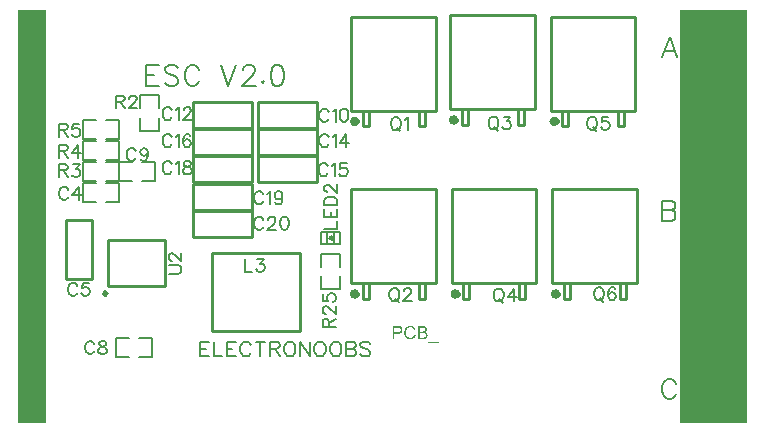
<source format=gto>
G04 Created by GerbView*
%FSLAX26Y26*%
%MOIN*%
G75*
%ADD10C,0.0010*%
%ADD11C,0.0100*%
%ADD12C,0.0078*%
%ADD13C,0.0090*%
%ADD14C,0.0050*%
%ADD15C,0.0060*%
%ADD16C,0.0070*%
%ADD17C,0.0118*%
%ADD18C,0.0157*%
%LNEXPORT*%
D02*
D10*
D11*
X296968Y456968D02*
Y608976D01*
X488976Y455984D02*
Y608976D01*
X296968Y455984D02*
X488976D01*
X296968Y608976D02*
X488976D01*
D12*
X403464Y1048700D02*
Y1092047D01*
X466496D01*
Y1048700D01*
X403464Y1017244D02*
Y973937D01*
X442834D01*
X466496D01*
Y1017244D01*
X290708Y799488D02*
X334015D01*
Y736496D01*
X290708D01*
X259212Y799488D02*
X215905D01*
Y760118D01*
Y736496D01*
X259212D01*
D13*
X243307Y676299D02*
Y479448D01*
X156653D01*
Y676299D01*
X243307D01*
D12*
X369251Y221496D02*
X325944D01*
Y284488D01*
X369251D01*
X400748Y221496D02*
X444055D01*
Y260866D01*
Y284488D01*
X400748D01*
X410944Y869409D02*
X454251D01*
Y806417D01*
X410944D01*
X379448Y869409D02*
X336141D01*
Y830039D01*
Y806417D01*
X379448D01*
X290708Y869488D02*
X334015D01*
Y806496D01*
X290708D01*
X259212Y869488D02*
X215905D01*
Y830118D01*
Y806496D01*
X259212D01*
X290708Y939488D02*
X334015D01*
Y876496D01*
X290708D01*
X259212Y939488D02*
X215905D01*
Y900118D01*
Y876496D01*
X259212D01*
X290708Y1009488D02*
X334015D01*
Y946496D01*
X290708D01*
X259212Y1009488D02*
X215905D01*
Y970118D01*
Y946496D01*
X259212D01*
D11*
X936456Y307283D02*
X645118D01*
Y567125D01*
X936456D02*
Y307283D01*
X645118Y567125D02*
X936456D01*
D13*
X581653Y1071299D02*
X778503D01*
Y984685D01*
X581653D01*
Y1071299D01*
D11*
X1439291Y1358818D02*
Y1045826D01*
X1720668D01*
Y1358818D01*
X1439291D01*
X1477637Y1045826D02*
Y994645D01*
X1497283D01*
Y1045826D01*
X1663543Y1045984D02*
Y994803D01*
X1683228D01*
Y1045984D01*
X1444291Y778818D02*
Y465826D01*
X1725668D01*
Y778818D01*
X1444291D01*
X1482637Y465826D02*
Y414645D01*
X1502283D01*
Y465826D01*
X1668543Y465984D02*
Y414803D01*
X1688228D01*
Y465984D01*
D13*
X796653Y981299D02*
X993503D01*
Y894685D01*
X796653D01*
Y981299D01*
D11*
X1109291Y1353818D02*
Y1040826D01*
X1390669D01*
Y1353818D01*
X1109291D01*
X1147637Y1040826D02*
Y989645D01*
X1167283D01*
Y1040826D01*
X1333543Y1040984D02*
Y989803D01*
X1353228D01*
Y1040984D01*
X1109291Y778818D02*
Y465826D01*
X1390669D01*
Y778818D01*
X1109291D01*
X1147637Y465826D02*
Y414645D01*
X1167283D01*
Y465826D01*
X1333543Y465984D02*
Y414803D01*
X1353228D01*
Y465984D01*
D13*
X796692Y1071062D02*
X993543D01*
Y984448D01*
X796692D01*
Y1071062D01*
D11*
X1774291Y1353818D02*
Y1040826D01*
X2055668D01*
Y1353818D01*
X1774291D01*
X1812637Y1040826D02*
Y989645D01*
X1832283D01*
Y1040826D01*
X1998543Y1040984D02*
Y989803D01*
X2018228D01*
Y1040984D01*
X1779291Y778818D02*
Y465826D01*
X2060668D01*
Y778818D01*
X1779291D01*
X1817637Y465826D02*
Y414645D01*
X1837283D01*
Y465826D01*
X2003543Y465984D02*
Y414803D01*
X2023228D01*
Y465984D01*
D13*
X797086Y889566D02*
X993937D01*
Y802952D01*
X797086D01*
Y889566D01*
X581653Y981299D02*
X778503D01*
Y894685D01*
X581653D01*
Y981299D01*
Y891299D02*
X778503D01*
Y804685D01*
X581653D01*
Y891299D01*
Y796299D02*
X778503D01*
Y709685D01*
X581653D01*
Y796299D01*
Y706299D02*
X778503D01*
Y619685D01*
X581653D01*
Y706299D01*
D12*
X1070748Y489960D02*
Y446653D01*
X1007716D01*
Y489960D01*
X1070748Y521456D02*
Y564763D01*
X1031377D01*
X1007716D01*
Y521456D01*
D14*
X1027637Y637125D02*
Y597125D01*
X1051614D02*
Y637125D01*
X1039606Y621102D02*
Y613110D01*
X1043622Y609133D02*
Y625118D01*
X1035629Y617125D01*
X1043622Y609133D01*
X1071614Y597125D02*
X1007637D01*
Y637125D01*
X1071614D01*
Y597125D01*
D15*
X499842Y497086D02*
X530472D01*
X536653Y499094D01*
X540748Y503188D01*
X542755Y509409D01*
Y513503D01*
X540748Y519606D01*
X536653Y523700D01*
X530472Y525708D01*
X499842D01*
X510078Y541299D02*
X507952D01*
X503858Y543307D01*
X501850Y545393D01*
X499842Y549488D01*
Y557598D01*
X501850Y561692D01*
X503858Y563818D01*
X507952Y565787D01*
X512047D01*
X516141Y563818D01*
X522362Y559685D01*
X542755Y539212D01*
Y567913D01*
X324251Y1091929D02*
Y1049015D01*
Y1091929D02*
X342677D01*
X348779Y1089921D01*
X350866Y1087913D01*
X352874Y1083818D01*
Y1079724D01*
X350866Y1075629D01*
X348779Y1073503D01*
X342677Y1071535D01*
X324251D01*
X338582D02*
X352874Y1049015D01*
X368464Y1081732D02*
Y1083818D01*
X370472Y1087913D01*
X372559Y1089921D01*
X376653Y1091929D01*
X384763D01*
X388858Y1089921D01*
X390984Y1087913D01*
X392952Y1083818D01*
Y1079724D01*
X390984Y1075629D01*
X386889Y1069409D01*
X366377Y1049015D01*
X395078D01*
X165669Y777795D02*
X163582Y781889D01*
X159488Y785984D01*
X155472Y787992D01*
X147283D01*
X143188Y785984D01*
X139094Y781889D01*
X136968Y777795D01*
X134960Y771692D01*
Y761496D01*
X136968Y755275D01*
X139094Y751181D01*
X143188Y747086D01*
X147283Y745078D01*
X155472D01*
X159488Y747086D01*
X163582Y751181D01*
X165669Y755275D01*
X199566Y787992D02*
X179173Y759370D01*
X209881D01*
X199566Y787992D02*
Y745078D01*
X195669Y457677D02*
X193582Y461771D01*
X189488Y465866D01*
X185472Y467992D01*
X177283D01*
X173188Y465866D01*
X169094Y461771D01*
X166968Y457677D01*
X165000Y451574D01*
Y441377D01*
X166968Y435196D01*
X169094Y431062D01*
X173188Y426968D01*
X177283Y425000D01*
X185472D01*
X189488Y426968D01*
X193582Y431062D01*
X195669Y435196D01*
X233700Y467992D02*
X213267D01*
X211181Y449488D01*
X213267Y451574D01*
X219370Y453582D01*
X225472D01*
X231692Y451574D01*
X235787Y447480D01*
X237795Y441377D01*
Y437283D01*
X235787Y431062D01*
X231692Y426968D01*
X225472Y425000D01*
X219370D01*
X213267Y426968D01*
X211181Y429094D01*
X209173Y433188D01*
X252204Y262834D02*
X250118Y266929D01*
X246023Y271023D01*
X242007Y273031D01*
X233818D01*
X229724Y271023D01*
X225629Y266929D01*
X223503Y262834D01*
X221496Y256732D01*
Y246535D01*
X223503Y240314D01*
X225629Y236220D01*
X229724Y232125D01*
X233818Y230118D01*
X242007D01*
X246023Y232125D01*
X250118Y236220D01*
X252204Y240314D01*
X275905Y273031D02*
X269803Y271023D01*
X267716Y266929D01*
Y262834D01*
X269803Y258740D01*
X273897Y256732D01*
X282007Y254606D01*
X288228Y252637D01*
X292322Y248503D01*
X294330Y244409D01*
Y238307D01*
X292322Y234212D01*
X290196Y232125D01*
X284133Y230118D01*
X275905D01*
X269803Y232125D01*
X267716Y234212D01*
X265708Y238307D01*
Y244409D01*
X267716Y248503D01*
X271811Y252637D01*
X278031Y254606D01*
X286102Y256732D01*
X290196Y258740D01*
X292322Y262834D01*
Y266929D01*
X290196Y271023D01*
X284133Y273031D01*
X275905D01*
X391023Y906850D02*
X388937Y910944D01*
X384842Y915078D01*
X380826Y917047D01*
X372637D01*
X368543Y915078D01*
X364448Y910944D01*
X362322Y906850D01*
X360314Y900748D01*
Y890551D01*
X362322Y884370D01*
X364448Y880275D01*
X368543Y876141D01*
X372637Y874173D01*
X380826D01*
X384842Y876141D01*
X388937Y880275D01*
X391023Y884370D01*
X431141Y902755D02*
X429015Y896653D01*
X424921Y892559D01*
X418818Y890551D01*
X416850D01*
X410629Y892559D01*
X406535Y896653D01*
X404527Y902755D01*
Y904842D01*
X406535Y910944D01*
X410629Y915078D01*
X416850Y917047D01*
X418818D01*
X424921Y915078D01*
X429015Y910944D01*
X431141Y902755D01*
Y892559D01*
X429015Y882362D01*
X424921Y876141D01*
X418818Y874173D01*
X414724D01*
X408622Y876141D01*
X406535Y880275D01*
X134960Y862992D02*
Y820078D01*
Y862992D02*
X153385D01*
X159488Y860984D01*
X161574Y858976D01*
X163582Y854881D01*
Y850787D01*
X161574Y846692D01*
X159488Y844566D01*
X153385Y842598D01*
X134960D01*
X149291D02*
X163582Y820078D01*
X181181Y862992D02*
X203661D01*
X191496Y846692D01*
X197598D01*
X201692Y844566D01*
X203661Y842598D01*
X205787Y836496D01*
Y832362D01*
X203661Y826181D01*
X199566Y822086D01*
X193464Y820078D01*
X187362D01*
X181181Y822086D01*
X179173Y824173D01*
X177086Y828267D01*
X134960Y927992D02*
Y885078D01*
Y927992D02*
X153385D01*
X159488Y925984D01*
X161574Y923976D01*
X163582Y919881D01*
Y915787D01*
X161574Y911692D01*
X159488Y909566D01*
X153385Y907598D01*
X134960D01*
X149291D02*
X163582Y885078D01*
X197598Y927992D02*
X177086Y899370D01*
X207795D01*
X197598Y927992D02*
Y885078D01*
X134960Y997992D02*
Y955078D01*
Y997992D02*
X153385D01*
X159488Y995984D01*
X161574Y993976D01*
X163582Y989881D01*
Y985787D01*
X161574Y981692D01*
X159488Y979566D01*
X153385Y977598D01*
X134960D01*
X149291D02*
X163582Y955078D01*
X201692Y997992D02*
X181181D01*
X179173Y979566D01*
X181181Y981692D01*
X187362Y983700D01*
X193464D01*
X199566Y981692D01*
X203661Y977598D01*
X205787Y971496D01*
Y967362D01*
X203661Y961181D01*
X199566Y957086D01*
X193464Y955078D01*
X187362D01*
X181181Y957086D01*
X179173Y959173D01*
X177086Y963267D01*
X752992Y547834D02*
Y504842D01*
X777519D01*
X795118Y547834D02*
X817598D01*
X805393Y531417D01*
X811496D01*
X815590Y529409D01*
X817598Y527322D01*
X819724Y521220D01*
Y517125D01*
X817598Y511023D01*
X813503Y506929D01*
X807401Y504842D01*
X801299D01*
X795118Y506929D01*
X793110Y508937D01*
X791023Y513031D01*
X510669Y1042283D02*
X508582Y1046377D01*
X504488Y1050472D01*
X500472Y1052559D01*
X492283D01*
X488188Y1050472D01*
X484094Y1046377D01*
X481968Y1042283D01*
X480000Y1036181D01*
Y1025984D01*
X481968Y1019763D01*
X484094Y1015669D01*
X488188Y1011574D01*
X492283Y1009566D01*
X500472D01*
X504488Y1011574D01*
X508582Y1015669D01*
X510669Y1019763D01*
X524173Y1044370D02*
X528267Y1046377D01*
X534370Y1052559D01*
Y1009566D01*
X550000Y1042283D02*
Y1044370D01*
X551968Y1048464D01*
X553976Y1050472D01*
X558070Y1052559D01*
X566299D01*
X570393Y1050472D01*
X572480Y1048464D01*
X574488Y1044370D01*
Y1040275D01*
X572480Y1036181D01*
X568385Y1030078D01*
X547874Y1009566D01*
X576496D01*
X1578700Y1021850D02*
X1574606Y1019724D01*
X1570511Y1015629D01*
X1568385Y1011535D01*
X1566377Y1005433D01*
Y995236D01*
X1568385Y989055D01*
X1570511Y985039D01*
X1574606Y980944D01*
X1578700Y978858D01*
X1586889D01*
X1590905Y980944D01*
X1595000Y985039D01*
X1597086Y989055D01*
X1599094Y995236D01*
Y1005433D01*
X1597086Y1011535D01*
X1595000Y1015629D01*
X1590905Y1019724D01*
X1586889Y1021850D01*
X1578700D01*
X1584803Y987047D02*
X1597086Y974724D01*
X1616692Y1021850D02*
X1639212D01*
X1626889Y1005433D01*
X1633110D01*
X1637204Y1003425D01*
X1639212Y1001338D01*
X1641299Y995236D01*
Y991141D01*
X1639212Y985039D01*
X1635078Y980944D01*
X1628976Y978858D01*
X1622874D01*
X1616692Y980944D01*
X1614685Y982952D01*
X1612598Y987047D01*
X1596023Y448622D02*
X1591929Y446496D01*
X1587834Y442401D01*
X1585708Y438307D01*
X1583700Y432204D01*
Y422007D01*
X1585708Y415826D01*
X1587834Y411811D01*
X1591929Y407716D01*
X1596023Y405629D01*
X1604212D01*
X1608228Y407716D01*
X1612322Y411811D01*
X1614409Y415826D01*
X1616417Y422007D01*
Y432204D01*
X1614409Y438307D01*
X1612322Y442401D01*
X1608228Y446496D01*
X1604212Y448622D01*
X1596023D01*
X1602125Y413818D02*
X1614409Y401496D01*
X1650433Y448622D02*
X1629921Y419921D01*
X1660629D01*
X1650433Y448622D02*
Y405629D01*
X1032874Y952677D02*
X1030787Y956771D01*
X1026692Y960866D01*
X1022677Y962992D01*
X1014488D01*
X1010393Y960866D01*
X1006299Y956771D01*
X1004173Y952677D01*
X1002165Y946574D01*
Y936377D01*
X1004173Y930196D01*
X1006299Y926062D01*
X1010393Y921968D01*
X1014488Y920000D01*
X1022677D01*
X1026692Y921968D01*
X1030787Y926062D01*
X1032874Y930196D01*
X1046377Y954763D02*
X1050472Y956771D01*
X1056574Y962992D01*
Y920000D01*
X1090590Y962992D02*
X1070078Y934291D01*
X1100787D01*
X1090590Y962992D02*
Y920000D01*
X1253503Y1019488D02*
X1249409Y1017362D01*
X1245314Y1013267D01*
X1243188Y1009173D01*
X1241181Y1003070D01*
Y992874D01*
X1243188Y986692D01*
X1245314Y982677D01*
X1249409Y978582D01*
X1253503Y976496D01*
X1261692D01*
X1265708Y978582D01*
X1269803Y982677D01*
X1271889Y986692D01*
X1273897Y992874D01*
Y1003070D01*
X1271889Y1009173D01*
X1269803Y1013267D01*
X1265708Y1017362D01*
X1261692Y1019488D01*
X1253503D01*
X1259606Y984685D02*
X1271889Y972362D01*
X1287401Y1011259D02*
X1291496Y1013267D01*
X1297716Y1019488D01*
Y976496D01*
X1247992Y449409D02*
X1243897Y447283D01*
X1239803Y443188D01*
X1237677Y439094D01*
X1235669Y432992D01*
Y422795D01*
X1237677Y416614D01*
X1239803Y412598D01*
X1243897Y408503D01*
X1247992Y406417D01*
X1256181D01*
X1260196Y408503D01*
X1264291Y412598D01*
X1266377Y416614D01*
X1268385Y422795D01*
Y432992D01*
X1266377Y439094D01*
X1264291Y443188D01*
X1260196Y447283D01*
X1256181Y449409D01*
X1247992D01*
X1254094Y414606D02*
X1266377Y402283D01*
X1283976Y439094D02*
Y441181D01*
X1285984Y445314D01*
X1288070Y447283D01*
X1292204Y449409D01*
X1300275D01*
X1304370Y447283D01*
X1306496Y445314D01*
X1308503Y441181D01*
Y437086D01*
X1306496Y432992D01*
X1302401Y426889D01*
X1281889Y406417D01*
X1310590D01*
X1032913Y1037440D02*
X1030826Y1041535D01*
X1026732Y1045629D01*
X1022716Y1047755D01*
X1014527D01*
X1010433Y1045629D01*
X1006299Y1041535D01*
X1004212Y1037440D01*
X1002204Y1031338D01*
Y1021141D01*
X1004212Y1014960D01*
X1006299Y1010826D01*
X1010433Y1006732D01*
X1014527Y1004763D01*
X1022716D01*
X1026732Y1006732D01*
X1030826Y1010826D01*
X1032913Y1014960D01*
X1046417Y1039527D02*
X1050511Y1041535D01*
X1056614Y1047755D01*
Y1004763D01*
X1082401Y1047755D02*
X1076220Y1045629D01*
X1072204Y1039527D01*
X1070118Y1029251D01*
Y1023149D01*
X1072204Y1012952D01*
X1076220Y1006732D01*
X1082401Y1004763D01*
X1086535D01*
X1092598Y1006732D01*
X1096732Y1012952D01*
X1098700Y1023149D01*
Y1029251D01*
X1096732Y1039527D01*
X1092598Y1045629D01*
X1086535Y1047755D01*
X1082401D01*
X1907440Y1021062D02*
X1903346Y1018937D01*
X1899251Y1014842D01*
X1897125Y1010748D01*
X1895118Y1004645D01*
Y994448D01*
X1897125Y988267D01*
X1899251Y984251D01*
X1903346Y980157D01*
X1907440Y978070D01*
X1915629D01*
X1919645Y980157D01*
X1923740Y984251D01*
X1925826Y988267D01*
X1927834Y994448D01*
Y1004645D01*
X1925826Y1010748D01*
X1923740Y1014842D01*
X1919645Y1018937D01*
X1915629Y1021062D01*
X1907440D01*
X1913543Y986259D02*
X1925826Y973937D01*
X1965943Y1021062D02*
X1945433D01*
X1943425Y1002637D01*
X1945433Y1004645D01*
X1951614Y1006771D01*
X1957716D01*
X1963818Y1004645D01*
X1967952Y1000551D01*
X1970039Y994448D01*
Y990354D01*
X1967952Y984251D01*
X1963818Y980157D01*
X1957716Y978070D01*
X1951614D01*
X1945433Y980157D01*
X1943425Y982165D01*
X1941338Y986259D01*
X1930275Y452165D02*
X1926181Y450039D01*
X1922086Y445944D01*
X1919960Y441850D01*
X1917952Y435748D01*
Y425551D01*
X1919960Y419370D01*
X1922086Y415354D01*
X1926181Y411259D01*
X1930275Y409173D01*
X1938464D01*
X1942480Y411259D01*
X1946574Y415354D01*
X1948661Y419370D01*
X1950668Y425551D01*
Y435748D01*
X1948661Y441850D01*
X1946574Y445944D01*
X1942480Y450039D01*
X1938464Y452165D01*
X1930275D01*
X1936377Y417362D02*
X1948661Y405039D01*
X1988779Y445944D02*
X1986653Y450039D01*
X1980551Y452165D01*
X1976456D01*
X1970354Y450039D01*
X1966259Y443937D01*
X1964173Y433740D01*
Y423464D01*
X1966259Y415354D01*
X1970354Y411259D01*
X1976456Y409173D01*
X1978464D01*
X1984685Y411259D01*
X1988779Y415354D01*
X1990787Y421456D01*
Y423464D01*
X1988779Y429645D01*
X1984685Y433740D01*
X1978464Y435748D01*
X1976456D01*
X1970354Y433740D01*
X1966259Y429645D01*
X1964173Y423464D01*
X1031102Y855944D02*
X1029015Y860039D01*
X1024921Y864133D01*
X1020905Y866259D01*
X1012716D01*
X1008622Y864133D01*
X1004527Y860039D01*
X1002401Y855944D01*
X1000393Y849842D01*
Y839645D01*
X1002401Y833464D01*
X1004527Y829370D01*
X1008622Y825236D01*
X1012716Y823267D01*
X1020905D01*
X1024921Y825236D01*
X1029015Y829370D01*
X1031102Y833464D01*
X1044606Y858070D02*
X1048700Y860039D01*
X1054803Y866259D01*
Y823267D01*
X1092913Y866259D02*
X1072401D01*
X1070393Y847755D01*
X1072401Y849842D01*
X1078503Y851850D01*
X1084724D01*
X1090826Y849842D01*
X1094921Y845748D01*
X1096929Y839645D01*
Y835551D01*
X1094921Y829370D01*
X1090826Y825236D01*
X1084724Y823267D01*
X1078503D01*
X1072401Y825236D01*
X1070393Y827362D01*
X1068307Y831456D01*
X510669Y952283D02*
X508582Y956377D01*
X504488Y960472D01*
X500472Y962559D01*
X492283D01*
X488188Y960472D01*
X484094Y956377D01*
X481968Y952283D01*
X480000Y946181D01*
Y935984D01*
X481968Y929763D01*
X484094Y925669D01*
X488188Y921574D01*
X492283Y919566D01*
X500472D01*
X504488Y921574D01*
X508582Y925669D01*
X510669Y929763D01*
X524173Y954370D02*
X528267Y956377D01*
X534370Y962559D01*
Y919566D01*
X572480Y956377D02*
X570393Y960472D01*
X564291Y962559D01*
X560196D01*
X553976Y960472D01*
X550000Y954370D01*
X547874Y944055D01*
Y933858D01*
X550000Y925669D01*
X553976Y921574D01*
X560196Y919566D01*
X562165D01*
X568385Y921574D01*
X572480Y925669D01*
X574488Y931889D01*
Y933858D01*
X572480Y940078D01*
X568385Y944055D01*
X562165Y946181D01*
X560196D01*
X553976Y944055D01*
X550000Y940078D01*
X547874Y933858D01*
X510669Y862677D02*
X508582Y866771D01*
X504488Y870866D01*
X500472Y872992D01*
X492283D01*
X488188Y870866D01*
X484094Y866771D01*
X481968Y862677D01*
X480000Y856574D01*
Y846377D01*
X481968Y840196D01*
X484094Y836062D01*
X488188Y831968D01*
X492283Y830000D01*
X500472D01*
X504488Y831968D01*
X508582Y836062D01*
X510669Y840196D01*
X524173Y864763D02*
X528267Y866771D01*
X534370Y872992D01*
Y830000D01*
X558070Y872992D02*
X551968Y870866D01*
X550000Y866771D01*
Y862677D01*
X551968Y858582D01*
X556062Y856574D01*
X564291Y854488D01*
X570393Y852480D01*
X574488Y848385D01*
X576496Y844291D01*
Y838188D01*
X574488Y834094D01*
X572480Y831968D01*
X566299Y830000D01*
X558070D01*
X551968Y831968D01*
X550000Y834094D01*
X547874Y838188D01*
Y844291D01*
X550000Y848385D01*
X553976Y852480D01*
X560196Y854488D01*
X568385Y856574D01*
X572480Y858582D01*
X574488Y862677D01*
Y866771D01*
X572480Y870866D01*
X566299Y872992D01*
X558070D01*
X815669Y762283D02*
X813582Y766377D01*
X809488Y770472D01*
X805472Y772559D01*
X797283D01*
X793188Y770472D01*
X789094Y766377D01*
X786968Y762283D01*
X785000Y756181D01*
Y745984D01*
X786968Y739763D01*
X789094Y735669D01*
X793188Y731574D01*
X797283Y729566D01*
X805472D01*
X809488Y731574D01*
X813582Y735669D01*
X815669Y739763D01*
X829173Y764370D02*
X833267Y766377D01*
X839370Y772559D01*
Y729566D01*
X879488Y758188D02*
X877480Y752086D01*
X873385Y747952D01*
X867165Y745984D01*
X865196D01*
X858976Y747952D01*
X855000Y752086D01*
X852874Y758188D01*
Y760275D01*
X855000Y766377D01*
X858976Y770472D01*
X865196Y772559D01*
X867165D01*
X873385Y770472D01*
X877480Y766377D01*
X879488Y758188D01*
Y747952D01*
X877480Y737755D01*
X873385Y731574D01*
X867165Y729566D01*
X863070D01*
X856968Y731574D01*
X855000Y735669D01*
X815669Y677283D02*
X813582Y681377D01*
X809488Y685472D01*
X805472Y687559D01*
X797283D01*
X793188Y685472D01*
X789094Y681377D01*
X786968Y677283D01*
X785000Y671181D01*
Y660984D01*
X786968Y654763D01*
X789094Y650669D01*
X793188Y646574D01*
X797283Y644566D01*
X805472D01*
X809488Y646574D01*
X813582Y650669D01*
X815669Y654763D01*
X831181Y677283D02*
Y679370D01*
X833267Y683464D01*
X835275Y685472D01*
X839370Y687559D01*
X847598D01*
X851692Y685472D01*
X853661Y683464D01*
X855787Y679370D01*
Y675275D01*
X853661Y671181D01*
X849566Y665078D01*
X829173Y644566D01*
X857795D01*
X883582Y687559D02*
X877480Y685472D01*
X873385Y679370D01*
X871299Y669055D01*
Y662952D01*
X873385Y652755D01*
X877480Y646574D01*
X883582Y644566D01*
X887677D01*
X893779Y646574D01*
X897874Y652755D01*
X900000Y662952D01*
Y669055D01*
X897874Y679370D01*
X893779Y685472D01*
X887677Y687559D01*
X883582D01*
X1013622Y319960D02*
X1056535D01*
X1013622D02*
Y338385D01*
X1015629Y344448D01*
X1017637Y346574D01*
X1021732Y348582D01*
X1025826D01*
X1029960Y346574D01*
X1032047Y344448D01*
X1034055Y338385D01*
Y319960D01*
Y334251D02*
X1056535Y348582D01*
X1023858Y364173D02*
X1021732D01*
X1017637Y366181D01*
X1015629Y368267D01*
X1013622Y372362D01*
Y380472D01*
X1015629Y384566D01*
X1017637Y386653D01*
X1021732Y388661D01*
X1025826D01*
X1029960Y386653D01*
X1036141Y382559D01*
X1056535Y362047D01*
Y390748D01*
X1013622Y428779D02*
Y408385D01*
X1032047Y406259D01*
X1029960Y408385D01*
X1027952Y414448D01*
Y420551D01*
X1029960Y426771D01*
X1034055Y430866D01*
X1040157Y432874D01*
X1044251D01*
X1050433Y430866D01*
X1054527Y426771D01*
X1056535Y420551D01*
Y414448D01*
X1054527Y408385D01*
X1052440Y406259D01*
X1048346Y404251D01*
X1019133Y647755D02*
X1062047D01*
Y672244D01*
X1019133Y685748D02*
X1062047D01*
X1019133D02*
Y712362D01*
X1039566Y685748D02*
Y702125D01*
X1062047Y685748D02*
Y712362D01*
X1019133Y725826D02*
X1062047D01*
X1019133D02*
Y740236D01*
X1021141Y746338D01*
X1025236Y750433D01*
X1029330Y752440D01*
X1035433Y754527D01*
X1045629D01*
X1051850Y752440D01*
X1055944Y750433D01*
X1060039Y746338D01*
X1062047Y740236D01*
Y725826D01*
X1029330Y770039D02*
X1027244D01*
X1023149Y772125D01*
X1021141Y774133D01*
X1019133Y778228D01*
Y786456D01*
X1021141Y790551D01*
X1023149Y792559D01*
X1027244Y794645D01*
X1031338D01*
X1035433Y792559D01*
X1041653Y788425D01*
X1062047Y768031D01*
Y796653D01*
D16*
X604960Y271062D02*
Y222244D01*
Y271062D02*
X635196D01*
X604960Y247834D02*
X623582D01*
X604960Y222244D02*
X635196D01*
X650590Y271062D02*
Y222244D01*
X678464D01*
X693779Y271062D02*
Y222244D01*
Y271062D02*
X724094D01*
X693779Y247834D02*
X712480D01*
X693779Y222244D02*
X724094D01*
X774291Y259448D02*
X771968Y264055D01*
X767362Y268740D01*
X762677Y271062D01*
X753385D01*
X748661Y268740D01*
X744094Y264055D01*
X741771Y259448D01*
X739370Y252440D01*
Y240866D01*
X741771Y233858D01*
X744094Y229173D01*
X748661Y224566D01*
X753385Y222244D01*
X762677D01*
X767362Y224566D01*
X771968Y229173D01*
X774291Y233858D01*
X805984Y271062D02*
Y222244D01*
X789685Y271062D02*
X822283D01*
X837559D02*
Y222244D01*
Y271062D02*
X858582D01*
X865472Y268740D01*
X867874Y266456D01*
X870196Y261771D01*
Y257165D01*
X867874Y252440D01*
X865472Y250157D01*
X858582Y247834D01*
X837559D01*
X853858D02*
X870196Y222244D01*
X899488Y271062D02*
X894763Y268740D01*
X890196Y264055D01*
X887874Y259448D01*
X885472Y252440D01*
Y240866D01*
X887874Y233858D01*
X890196Y229173D01*
X894763Y224566D01*
X899488Y222244D01*
X908779D01*
X913464Y224566D01*
X918070Y229173D01*
X920393Y233858D01*
X922795Y240866D01*
Y252440D01*
X920393Y259448D01*
X918070Y264055D01*
X913464Y268740D01*
X908779Y271062D01*
X899488D01*
X938070D02*
Y222244D01*
Y271062D02*
X970669Y222244D01*
Y271062D02*
Y222244D01*
X999960Y271062D02*
X995275Y268740D01*
X990669Y264055D01*
X988385Y259448D01*
X985984Y252440D01*
Y240866D01*
X988385Y233858D01*
X990669Y229173D01*
X995275Y224566D01*
X999960Y222244D01*
X1009291D01*
X1013976Y224566D01*
X1018582Y229173D01*
X1020866Y233858D01*
X1023267Y240866D01*
Y252440D01*
X1020866Y259448D01*
X1018582Y264055D01*
X1013976Y268740D01*
X1009291Y271062D01*
X999960D01*
X1052559D02*
X1047874Y268740D01*
X1043267Y264055D01*
X1040866Y259448D01*
X1038582Y252440D01*
Y240866D01*
X1040866Y233858D01*
X1043267Y229173D01*
X1047874Y224566D01*
X1052559Y222244D01*
X1061889D01*
X1066496Y224566D01*
X1071181Y229173D01*
X1073464Y233858D01*
X1075787Y240866D01*
Y252440D01*
X1073464Y259448D01*
X1071181Y264055D01*
X1066496Y268740D01*
X1061889Y271062D01*
X1052559D01*
X1091181D02*
Y222244D01*
Y271062D02*
X1112086D01*
X1119094Y268740D01*
X1121377Y266456D01*
X1123779Y261771D01*
Y257165D01*
X1121377Y252440D01*
X1119094Y250157D01*
X1112086Y247834D01*
X1091181D02*
X1112086D01*
X1119094Y245472D01*
X1121377Y243149D01*
X1123779Y238464D01*
Y231535D01*
X1121377Y226850D01*
X1119094Y224566D01*
X1112086Y222244D01*
X1091181D01*
X1171692Y264055D02*
X1166968Y268740D01*
X1160078Y271062D01*
X1150669D01*
X1143779Y268740D01*
X1139094Y264055D01*
Y259448D01*
X1141377Y254763D01*
X1143779Y252440D01*
X1148385Y250157D01*
X1162362Y245472D01*
X1166968Y243149D01*
X1169370Y240866D01*
X1171692Y236141D01*
Y229173D01*
X1166968Y224566D01*
X1160078Y222244D01*
X1150669D01*
X1143779Y224566D01*
X1139094Y229173D01*
D12*
X424251Y1192322D02*
Y1124606D01*
Y1192322D02*
X466181D01*
X424251Y1160118D02*
X450078D01*
X424251Y1124606D02*
X466181D01*
X532480Y1182598D02*
X526062Y1189094D01*
X516377Y1192322D01*
X503464D01*
X493858Y1189094D01*
X487362Y1182598D01*
Y1176220D01*
X490669Y1169724D01*
X493858Y1166496D01*
X500275Y1163307D01*
X519566Y1156929D01*
X526062Y1153622D01*
X529251Y1150393D01*
X532480Y1144015D01*
Y1134330D01*
X526062Y1127913D01*
X516377Y1124606D01*
X503464D01*
X493858Y1127913D01*
X487362Y1134330D01*
X602086Y1176220D02*
X598858Y1182598D01*
X592362Y1189094D01*
X585984Y1192322D01*
X573070D01*
X566653Y1189094D01*
X560157Y1182598D01*
X556968Y1176220D01*
X553779Y1166496D01*
Y1150393D01*
X556968Y1140826D01*
X560157Y1134330D01*
X566653Y1127913D01*
X573070Y1124606D01*
X585984D01*
X592362Y1127913D01*
X598858Y1134330D01*
X602086Y1140826D01*
X672952Y1192322D02*
X698661Y1124606D01*
X724488Y1192322D02*
X698661Y1124606D01*
X748976Y1176220D02*
Y1179409D01*
X752165Y1185905D01*
X755354Y1189094D01*
X761850Y1192322D01*
X774763D01*
X781181Y1189094D01*
X784370Y1185905D01*
X787559Y1179409D01*
Y1172992D01*
X784370Y1166496D01*
X777952Y1156929D01*
X745787Y1124606D01*
X790866D01*
X815354Y1140826D02*
X812086Y1137519D01*
X815354Y1134330D01*
X818582Y1137519D01*
X815354Y1140826D01*
X859173Y1192322D02*
X849488Y1189094D01*
X843070Y1179409D01*
X839763Y1163307D01*
Y1153622D01*
X843070Y1137519D01*
X849488Y1127913D01*
X859173Y1124606D01*
X865551D01*
X875275Y1127913D01*
X881653Y1137519D01*
X884881Y1153622D01*
Y1163307D01*
X881653Y1179409D01*
X875275Y1189094D01*
X865551Y1192322D01*
X859173D01*
X2170157Y1286811D02*
X2144330Y1219212D01*
X2170157Y1286811D02*
X2195944Y1219212D01*
X2154055Y1241692D02*
X2186259D01*
X2144330Y741535D02*
Y673818D01*
Y741535D02*
X2173346D01*
X2182952Y738228D01*
X2186259Y735039D01*
X2189448Y728622D01*
Y722125D01*
X2186259Y715708D01*
X2182952Y712519D01*
X2173346Y709212D01*
X2144330D02*
X2173346D01*
X2182952Y706023D01*
X2186259Y702834D01*
X2189448Y696417D01*
Y686732D01*
X2186259Y680314D01*
X2182952Y677007D01*
X2173346Y673818D01*
X2144330D01*
X2191850Y131732D02*
X2188661Y138110D01*
X2182165Y144645D01*
X2175748Y147834D01*
X2162874D01*
X2156456Y144645D01*
X2149960Y138110D01*
X2146771Y131732D01*
X2143543Y122007D01*
Y105944D01*
X2146771Y96220D01*
X2149960Y89842D01*
X2156456Y83425D01*
X2162874Y80118D01*
X2175748D01*
X2182165Y83425D01*
X2188661Y89842D01*
X2191850Y96220D01*
D17*
X289015Y437007D02*
G03X289093Y437006I38J-00005905D01*
G01*
X289093Y437006D02*
X289094Y437007D01*
D18*
X1457992Y1010393D02*
G03X1457991Y1010314I-00007873J-00000038D01*
G01*
X1457991Y1010314D02*
X1457992Y1010314D01*
X1462992Y430393D02*
G03X1462991Y430314I-00007873J-00000039D01*
G01*
X1462991Y430314D02*
X1462992Y430314D01*
X1127992Y1005393D02*
G03X1127991Y1005314I-00007873J-00000038D01*
G01*
X1127991Y1005314D02*
X1127992Y1005314D01*
X1127992Y430393D02*
G03X1127991Y430314I-00007873J-00000039D01*
G01*
X1127991Y430314D02*
X1127992Y430314D01*
X1792992Y1005393D02*
G03X1792991Y1005314I-00007873J-00000038D01*
G01*
X1792991Y1005314D02*
X1792992Y1005314D01*
X1797992Y430393D02*
G03X1797991Y430314I-00007873J-00000039D01*
G01*
X1797991Y430314D02*
X1797992Y430314D01*
D10*
G36*
X2203385Y1377362D02*
X2427401D01*
Y-00000550D01*
X2203385D01*
Y1377362D01*
G37*
G36*
X-00000904Y1376574D02*
X90787D01*
Y-00001337D01*
X-00000904D01*
Y1376574D01*
G37*
G36*
X1246194Y323461D02*
X1262694D01*
X1263694D01*
X1264694D01*
X1265594D01*
X1266494Y323361D01*
X1267294D01*
X1267994Y323261D01*
X1268694Y323161D01*
X1269294Y323061D01*
X1270094Y322961D01*
X1270894Y322761D01*
X1271594Y322561D01*
X1272294Y322261D01*
X1272894Y322061D01*
X1273494Y321761D01*
X1274094Y321361D01*
X1274694Y321061D01*
X1275194Y320661D01*
X1275694Y320261D01*
X1276194Y319761D01*
X1276594Y319261D01*
X1277094Y318661D01*
X1277494Y318161D01*
X1277794Y317561D01*
X1278194Y316861D01*
X1278494Y316161D01*
X1278794Y315461D01*
X1278994Y314761D01*
X1279194Y314061D01*
X1279294Y313261D01*
X1279394Y312561D01*
X1279494Y311761D01*
Y310961D01*
X1279394Y309561D01*
X1279294Y308261D01*
X1278994Y307061D01*
X1278594Y305861D01*
X1278094Y304661D01*
X1277494Y303561D01*
X1276794Y302561D01*
X1275994Y301561D01*
X1274994Y300661D01*
X1273794Y299861D01*
X1272494Y299261D01*
X1270994Y298661D01*
X1269294Y298261D01*
X1267494Y297961D01*
X1265394Y297761D01*
X1263194D01*
X1251994D01*
Y279961D01*
X1246194D01*
Y323461D01*
G37*
%LPC*%
G36*
X1263294Y302861D02*
X1264594D01*
X1265894Y302961D01*
X1266994Y303161D01*
X1267994Y303361D01*
X1268994Y303661D01*
X1269794Y303961D01*
X1270594Y304461D01*
X1271194Y304861D01*
X1271794Y305461D01*
X1272194Y306061D01*
X1272594Y306661D01*
X1272994Y307361D01*
X1273194Y308161D01*
X1273394Y308961D01*
X1273494Y309861D01*
Y310761D01*
Y311461D01*
Y312061D01*
X1273394Y312661D01*
X1273194Y313261D01*
X1272994Y313861D01*
X1272794Y314361D01*
X1272494Y314961D01*
X1272194Y315461D01*
X1271794Y315861D01*
X1271394Y316361D01*
X1270994Y316661D01*
X1270594Y317061D01*
X1270094Y317361D01*
X1269594Y317561D01*
X1269094Y317861D01*
X1268494Y317961D01*
X1268094Y318061D01*
X1267594Y318161D01*
X1267094Y318261D01*
X1266494D01*
X1265694Y318361D01*
X1264994D01*
X1264094D01*
X1263194D01*
X1251994D01*
Y302861D01*
X1263294D01*
G37*
%LPD*%
G36*
X1323629Y293822D02*
X1323132Y292102D01*
X1322544Y290487D01*
X1321866Y288977D01*
X1321098Y287572D01*
X1320239Y286272D01*
X1319290Y285078D01*
X1318251Y283989D01*
X1317121Y283005D01*
X1315914Y282132D01*
X1314641Y281376D01*
X1313303Y280736D01*
X1311899Y280212D01*
X1310431Y279805D01*
X1308896Y279514D01*
X1307297Y279339D01*
X1305632Y279281D01*
X1303916Y279326D01*
X1302283Y279460D01*
X1300731Y279684D01*
X1299261Y279997D01*
X1297873Y280399D01*
X1296568Y280892D01*
X1295344Y281473D01*
X1294202Y282145D01*
X1293135Y282901D01*
X1292132Y283737D01*
X1291196Y284653D01*
X1290326Y285650D01*
X1289521Y286727D01*
X1288782Y287884D01*
X1288109Y289122D01*
X1287501Y290440D01*
X1286963Y291810D01*
X1286496Y293205D01*
X1286101Y294626D01*
X1285778Y296071D01*
X1285527Y297542D01*
X1285347Y299037D01*
X1285239Y300558D01*
X1285203Y302104D01*
X1285244Y303776D01*
X1285366Y305393D01*
X1285568Y306957D01*
X1285852Y308466D01*
X1286217Y309921D01*
X1286663Y311321D01*
X1287190Y312668D01*
X1287798Y313960D01*
X1288481Y315187D01*
X1289233Y316338D01*
X1290053Y317413D01*
X1290942Y318412D01*
X1291899Y319335D01*
X1292925Y320181D01*
X1294020Y320952D01*
X1295183Y321647D01*
X1296396Y322262D01*
X1297638Y322796D01*
X1298911Y323247D01*
X1300214Y323616D01*
X1301547Y323903D01*
X1302910Y324109D01*
X1304304Y324232D01*
X1305727Y324273D01*
X1307326Y324221D01*
X1308860Y324065D01*
X1310329Y323805D01*
X1311733Y323442D01*
X1313072Y322975D01*
X1314347Y322403D01*
X1315556Y321728D01*
X1316701Y320949D01*
X1317771Y320076D01*
X1318756Y319119D01*
X1319658Y318077D01*
X1320475Y316951D01*
X1321207Y315740D01*
X1321856Y314445D01*
X1322420Y313066D01*
X1322899Y311602D01*
X1317245Y310266D01*
X1316846Y311413D01*
X1316404Y312479D01*
X1315920Y313465D01*
X1315393Y314369D01*
X1314823Y315194D01*
X1314211Y315937D01*
X1313556Y316600D01*
X1312858Y317182D01*
X1312116Y317689D01*
X1311328Y318129D01*
X1310494Y318502D01*
X1309613Y318806D01*
X1308686Y319043D01*
X1307712Y319213D01*
X1306693Y319314D01*
X1305627Y319348D01*
X1304400Y319310D01*
X1303225Y319198D01*
X1302101Y319010D01*
X1301028Y318747D01*
X1300007Y318409D01*
X1299038Y317996D01*
X1298120Y317507D01*
X1297253Y316944D01*
X1296443Y316317D01*
X1295696Y315639D01*
X1295011Y314909D01*
X1294389Y314128D01*
X1293829Y313295D01*
X1293332Y312411D01*
X1292897Y311476D01*
X1292525Y310488D01*
X1292206Y309471D01*
X1291929Y308447D01*
X1291694Y307414D01*
X1291503Y306374D01*
X1291354Y305325D01*
X1291247Y304269D01*
X1291183Y303205D01*
X1291162Y302133D01*
X1291187Y300767D01*
X1291263Y299446D01*
X1291389Y298168D01*
X1291565Y296935D01*
X1291792Y295746D01*
X1292069Y294600D01*
X1292397Y293499D01*
X1292774Y292442D01*
X1293206Y291440D01*
X1293693Y290503D01*
X1294236Y289631D01*
X1294835Y288825D01*
X1295490Y288084D01*
X1296200Y287409D01*
X1296967Y286799D01*
X1297790Y286254D01*
X1298649Y285774D01*
X1299527Y285358D01*
X1300421Y285006D01*
X1301333Y284718D01*
X1302263Y284494D01*
X1303211Y284334D01*
X1304176Y284238D01*
X1305158Y284206D01*
X1306341Y284249D01*
X1307477Y284380D01*
X1308568Y284598D01*
X1309612Y284903D01*
X1310609Y285296D01*
X1311561Y285775D01*
X1312466Y286342D01*
X1313325Y286996D01*
X1314128Y287735D01*
X1314862Y288560D01*
X1315530Y289468D01*
X1316129Y290461D01*
X1316661Y291538D01*
X1317126Y292700D01*
X1317523Y293946D01*
X1317853Y295277D01*
Y295271D01*
X1323629Y293822D01*
G37*
G36*
X1330494Y323461D02*
X1346794D01*
X1347994D01*
X1349194Y323361D01*
X1350294Y323261D01*
X1351294Y323161D01*
X1352294Y322961D01*
X1353194Y322761D01*
X1353994Y322461D01*
X1354794Y322161D01*
X1355494Y321861D01*
X1356194Y321461D01*
X1356894Y320961D01*
X1357494Y320461D01*
X1357994Y319961D01*
X1358594Y319361D01*
X1359094Y318761D01*
X1359494Y318061D01*
X1359894Y317461D01*
X1360294Y316761D01*
X1360594Y315961D01*
X1360794Y315261D01*
X1360994Y314561D01*
X1361094Y313861D01*
X1361194Y313061D01*
Y312361D01*
Y311661D01*
X1361094Y310961D01*
X1360994Y310361D01*
X1360794Y309661D01*
X1360594Y308961D01*
X1360394Y308361D01*
X1360094Y307761D01*
X1359694Y307061D01*
X1359294Y306461D01*
X1358894Y305961D01*
X1358394Y305361D01*
X1357794Y304861D01*
X1357194Y304361D01*
X1356594Y303961D01*
X1355894Y303561D01*
X1355094Y303161D01*
X1356094Y302761D01*
X1356994Y302461D01*
X1357894Y302061D01*
X1358594Y301561D01*
X1359394Y301061D01*
X1359994Y300461D01*
X1360694Y299861D01*
X1361194Y299161D01*
X1361694Y298461D01*
X1362194Y297761D01*
X1362494Y296961D01*
X1362794Y296161D01*
X1362994Y295261D01*
X1363194Y294461D01*
X1363294Y293561D01*
Y292561D01*
Y291861D01*
Y291061D01*
X1363194Y290361D01*
X1362994Y289661D01*
X1362794Y288961D01*
X1362594Y288261D01*
X1362394Y287561D01*
X1362094Y286861D01*
X1361694Y286261D01*
X1361394Y285661D01*
X1360994Y285061D01*
X1360594Y284561D01*
X1360194Y284061D01*
X1359794Y283661D01*
X1359294Y283261D01*
X1358894Y282861D01*
X1358394Y282461D01*
X1357894Y282161D01*
X1357294Y281861D01*
X1356694Y281561D01*
X1356094Y281361D01*
X1355494Y281061D01*
X1354794Y280861D01*
X1354094Y280661D01*
X1353394Y280561D01*
X1352594Y280361D01*
X1351794Y280261D01*
X1350894Y280161D01*
X1349994Y280061D01*
X1349094Y279961D01*
X1348094D01*
X1347094D01*
X1330494D01*
Y323461D01*
G37*
%LPC*%
G36*
X1345594Y305161D02*
X1346594D01*
X1347394Y305261D01*
X1348194D01*
X1348894Y305361D01*
X1349594D01*
X1350194Y305461D01*
X1350694Y305561D01*
X1351094Y305661D01*
X1351694Y305861D01*
X1352194Y306061D01*
X1352594Y306361D01*
X1353094Y306561D01*
X1353494Y306861D01*
X1353794Y307161D01*
X1354194Y307461D01*
X1354494Y307861D01*
X1354694Y308261D01*
X1354894Y308661D01*
X1355094Y309161D01*
X1355294Y309561D01*
X1355394Y310061D01*
X1355494Y310561D01*
Y311161D01*
X1355594Y311661D01*
X1355494Y312261D01*
Y312761D01*
X1355394Y313261D01*
X1355294Y313761D01*
X1355194Y314161D01*
X1354994Y314661D01*
X1354794Y315061D01*
X1354494Y315561D01*
X1354294Y315861D01*
X1353994Y316261D01*
X1353594Y316561D01*
X1353294Y316861D01*
X1352894Y317161D01*
X1352494Y317361D01*
X1351994Y317561D01*
X1351594Y317761D01*
X1350994Y317961D01*
X1350394Y318061D01*
X1349694Y318161D01*
X1348894Y318261D01*
X1348094D01*
X1347094Y318361D01*
X1346094D01*
X1344894D01*
X1336194D01*
Y305161D01*
X1345594D01*
G37*
G36*
X1347094Y285061D02*
X1347794D01*
X1348394D01*
X1348894D01*
X1349494Y285161D01*
X1349894D01*
X1350294D01*
X1350694Y285261D01*
X1350994D01*
X1351494Y285361D01*
X1351994Y285461D01*
X1352394Y285661D01*
X1352794Y285761D01*
X1353194Y285861D01*
X1353594Y286061D01*
X1353994Y286261D01*
X1354294Y286461D01*
X1354694Y286661D01*
X1354994Y286961D01*
X1355294Y287161D01*
X1355494Y287461D01*
X1355794Y287761D01*
X1356094Y288161D01*
X1356294Y288461D01*
X1356494Y288861D01*
X1356694Y289261D01*
X1356894Y289761D01*
X1357094Y290161D01*
X1357194Y290661D01*
X1357294Y291061D01*
Y291561D01*
X1357394Y292061D01*
Y292561D01*
Y293161D01*
X1357294Y293761D01*
X1357194Y294361D01*
X1357094Y294861D01*
X1356894Y295361D01*
X1356694Y295861D01*
X1356394Y296361D01*
X1356094Y296861D01*
X1355794Y297261D01*
X1355394Y297661D01*
X1355094Y298061D01*
X1354594Y298361D01*
X1354194Y298661D01*
X1353694Y298961D01*
X1353194Y299161D01*
X1352694Y299361D01*
X1352094Y299561D01*
X1351394Y299661D01*
X1350694Y299761D01*
X1349994Y299861D01*
X1349094Y299961D01*
X1348294Y300061D01*
X1347294D01*
X1346294D01*
X1336194D01*
Y285061D01*
X1347094D01*
G37*
%LPD*%
G36*
X1365703Y271742D02*
X1401088D01*
Y267911D01*
X1365703D01*
Y271742D01*
G37*
D02*
M02*

</source>
